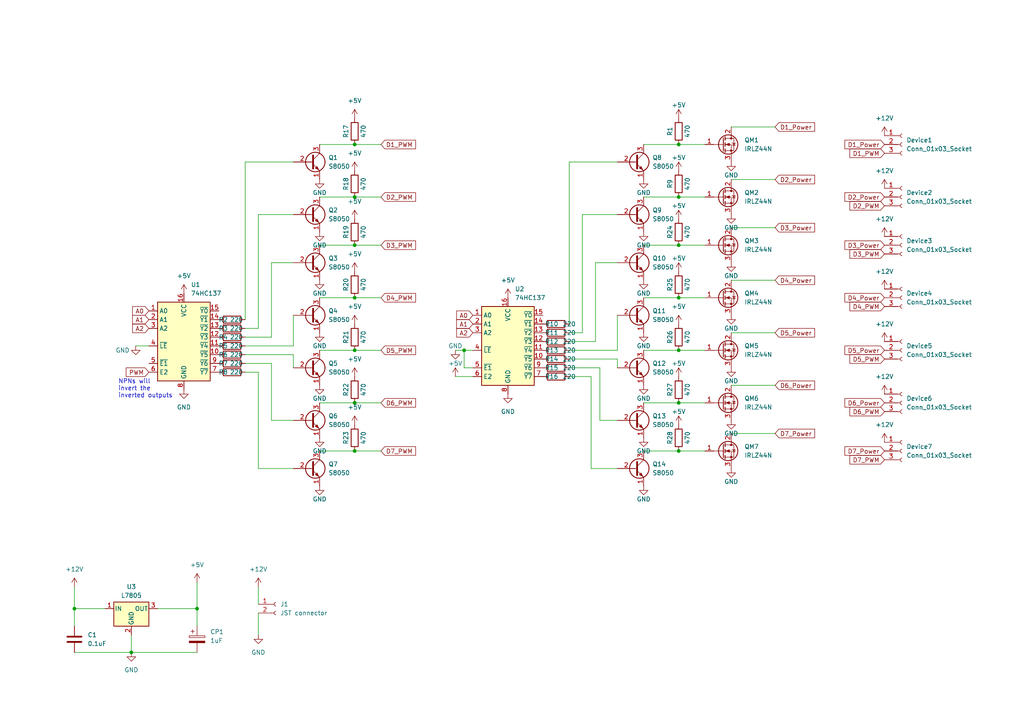
<source format=kicad_sch>
(kicad_sch (version 20230121) (generator eeschema)
  (paper "A4")
  (lib_symbols
    (symbol "74xx:74HC137"
      (property "Reference" "U" (at -7.62 13.97 0))
      (property "Value" "74HC137" (at 2.54 -11.43 0))
      (symbol "74HC137_1_1"
        (pin input line (at -10.16 10.16 0) (length 2.54) (name "A0") (number "1"))
        (pin output line (at 10.16 -2.54 180) (length 2.54) (name "~{Y5}") (number "10"))
        (pin output line (at 10.16 0 180) (length 2.54) (name "~{Y4}") (number "11"))
        (pin output line (at 10.16 2.54 180) (length 2.54) (name "~{Y3}") (number "12"))
        (pin output line (at 10.16 5.08 180) (length 2.54) (name "~{Y2}") (number "13"))
        (pin output line (at 10.16 7.62 180) (length 2.54) (name "~{Y1}") (number "14"))
        (pin output line (at 10.16 10.16 180) (length 2.54) (name "~{Y0}") (number "15"))
        (pin power_in line (at 0 15.24 270) (length 2.54) (name "VCC") (number "16"))
        (pin input line (at -10.16 7.62 0) (length 2.54) (name "A1") (number "2"))
        (pin input line (at -10.16 5.08 0) (length 2.54) (name "A2") (number "3"))
        (pin input line (at -10.16 0 0) (length 2.54) (name "~{LE}") (number "4"))
        (pin input line (at -10.16 -5.08 0) (length 2.54) (name "~{E1}") (number "5"))
        (pin input line (at -10.16 -7.62 0) (length 2.54) (name "E2") (number "6"))
        (pin output line (at 10.16 -7.62 180) (length 2.54) (name "~{Y7}") (number "7"))
        (pin power_in line (at 0 -12.7 90) (length 2.54) (name "GND") (number "8"))
        (pin output line (at 10.16 -5.08 180) (length 2.54) (name "~{Y6}") (number "9"))
      )
    )
    (symbol "Connector:Conn_01x02_Socket" (pin_names (offset 1.016) hide)
      (property "Reference" "J" (at 0 2.54 0))
      (property "Value" "Conn_01x02_Socket" (at 0 -5.08 0))
      (symbol "Conn_01x02_Socket_1_1"
        (pin passive line (at -5.08 0 0) (length 3.81) (name "Pin_1") (number "1"))
        (pin passive line (at -5.08 -2.54 0) (length 3.81) (name "Pin_2") (number "2"))
      )
    )
    (symbol "Connector:Conn_01x03_Socket" (pin_names (offset 1.016) hide)
      (property "Reference" "J" (at 0 5.08 0))
      (property "Value" "Conn_01x03_Socket" (at 0 -5.08 0))
      (symbol "Conn_01x03_Socket_1_1"
        (pin passive line (at -5.08 2.54 0) (length 3.81) (name "Pin_1") (number "1"))
        (pin passive line (at -5.08 0 0) (length 3.81) (name "Pin_2") (number "2"))
        (pin passive line (at -5.08 -2.54 0) (length 3.81) (name "Pin_3") (number "3"))
      )
    )
    (symbol "Connector:Conn_01x05_Socket" (pin_names (offset 1.016) hide)
      (property "Reference" "J" (at 0 7.62 0))
      (property "Value" "Conn_01x05_Socket" (at 0 -7.62 0))
      (symbol "Conn_01x05_Socket_1_1"
        (pin passive line (at -5.08 5.08 0) (length 3.81) (name "Pin_1") (number "1"))
        (pin passive line (at -5.08 2.54 0) (length 3.81) (name "Pin_2") (number "2"))
        (pin passive line (at -5.08 0 0) (length 3.81) (name "Pin_3") (number "3"))
        (pin passive line (at -5.08 -2.54 0) (length 3.81) (name "Pin_4") (number "4"))
        (pin passive line (at -5.08 -5.08 0) (length 3.81) (name "Pin_5") (number "5"))
      )
    )
    (symbol "Device:C" (pin_numbers hide) (pin_names (offset 0.254))
      (property "Reference" "C" (at 0.635 2.54 0))
      (property "Value" "C" (at 0.635 -2.54 0))
      (symbol "C_1_1"
        (pin passive line (at 0 3.81 270) (length 2.794) (name "~") (number "1"))
        (pin passive line (at 0 -3.81 90) (length 2.794) (name "~") (number "2"))
      )
    )
    (symbol "Device:C_Polarized" (pin_numbers hide) (pin_names (offset 0.254))
      (property "Reference" "C" (at 0.635 2.54 0))
      (property "Value" "C_Polarized" (at 0.635 -2.54 0))
      (symbol "C_Polarized_1_1"
        (pin passive line (at 0 3.81 270) (length 2.794) (name "~") (number "1"))
        (pin passive line (at 0 -3.81 90) (length 2.794) (name "~") (number "2"))
      )
    )
    (symbol "Device:R" (pin_numbers hide) (pin_names (offset 0))
      (property "Reference" "R" (at 2.032 0 90))
      (property "Value" "R" (at 0 0 90))
      (symbol "R_1_1"
        (pin passive line (at 0 3.81 270) (length 1.27) (name "~") (number "1"))
        (pin passive line (at 0 -3.81 90) (length 1.27) (name "~") (number "2"))
      )
    )
    (symbol "Isolator:PC817" (pin_names (offset 1.016))
      (property "Reference" "U" (at -5.08 5.08 0))
      (property "Value" "PC817" (at 0 5.08 0))
      (symbol "PC817_1_1"
        (pin passive line (at -7.62 2.54 0) (length 2.54) (name "~") (number "1"))
        (pin passive line (at -7.62 -2.54 0) (length 2.54) (name "~") (number "2"))
        (pin passive line (at 7.62 -2.54 180) (length 2.54) (name "~") (number "3"))
        (pin passive line (at 7.62 2.54 180) (length 2.54) (name "~") (number "4"))
      )
    )
    (symbol "Regulator_Linear:L7805" (pin_names (offset 0.254))
      (property "Reference" "U" (at -3.81 3.175 0))
      (property "Value" "L7805" (at 0 3.175 0))
      (symbol "L7805_1_1"
        (pin power_in line (at -7.62 0 0) (length 2.54) (name "IN") (number "1"))
        (pin power_in line (at 0 -7.62 90) (length 2.54) (name "GND") (number "2"))
        (pin power_out line (at 7.62 0 180) (length 2.54) (name "OUT") (number "3"))
      )
    )
    (symbol "Transistor_BJT:S8050" (pin_names (offset 0) hide)
      (property "Reference" "Q" (at 5.08 1.905 0))
      (property "Value" "S8050" (at 5.08 0 0))
      (symbol "S8050_1_1"
        (pin passive line (at 2.54 -5.08 90) (length 2.54) (name "E") (number "1"))
        (pin input line (at -5.08 0 0) (length 5.08) (name "B") (number "2"))
        (pin passive line (at 2.54 5.08 270) (length 2.54) (name "C") (number "3"))
      )
    )
    (symbol "Transistor_FET:IRLZ44N" (pin_names hide)
      (property "Reference" "Q" (at 6.35 1.905 0))
      (property "Value" "IRLZ44N" (at 6.35 0 0))
      (symbol "IRLZ44N_1_1"
        (pin input line (at -5.08 0 0) (length 2.54) (name "G") (number "1"))
        (pin passive line (at 2.54 5.08 270) (length 2.54) (name "D") (number "2"))
        (pin passive line (at 2.54 -5.08 90) (length 2.54) (name "S") (number "3"))
      )
    )
    (symbol "power:+12V" (power) (pin_names (offset 0))
      (property "Value" "+12V" (at 0 3.556 0))
      (symbol "+12V_1_1"
        (pin power_in line (at 0 0 90) (length 0) hide (name "+12V") (number "1"))
      )
    )
    (symbol "power:+5V" (power) (pin_names (offset 0))
      (property "Value" "+5V" (at 0 3.556 0))
      (symbol "+5V_1_1"
        (pin power_in line (at 0 0 90) (length 0) hide (name "+5V") (number "1"))
      )
    )
    (symbol "power:GND" (power) (pin_names (offset 0))
      (property "Value" "GND" (at 0 -3.81 0))
      (symbol "GND_1_1"
        (pin power_in line (at 0 0 270) (length 0) hide (name "GND") (number "1"))
      )
    )
    (symbol "power:GNDA" (power) (pin_names (offset 0))
      (property "Value" "GNDA" (at 0 -3.81 0))
      (symbol "GNDA_1_1"
        (pin power_in line (at 0 0 270) (length 0) hide (name "GNDA") (number "1"))
      )
    )
  )
  (junction (at 196.85 130.81))
  (junction (at 134.62 101.6))
  (junction (at -55.88 101.6))
  (junction (at 196.85 57.15))
  (junction (at 196.85 41.91))
  (junction (at 196.85 101.6))
  (junction (at 102.87 86.36))
  (junction (at 102.87 116.84))
  (junction (at 196.85 71.12))
  (junction (at 102.87 57.15))
  (junction (at 102.87 41.91))
  (junction (at 38.1 189.23))
  (junction (at 102.87 101.6))
  (junction (at 21.59 176.53))
  (junction (at 57.15 176.53))
  (junction (at -59.69 86.36))
  (junction (at -55.88 135.89))
  (junction (at 196.85 116.84))
  (junction (at 102.87 71.12))
  (junction (at 102.87 130.81))
  (junction (at -55.88 118.11))
  (junction (at 196.85 86.36))
  (wire (pts (xy 196.85 41.91) (xy 204.47 41.91)))
  (wire (pts (xy 196.85 130.81) (xy 204.47 130.81)))
  (wire (pts (xy -67.31 140.97) (xy -62.23 140.97)))
  (wire (pts (xy -67.31 118.11) (xy -55.88 118.11)))
  (wire (pts (xy 186.69 41.91) (xy 196.85 41.91)))
  (wire (pts (xy 92.71 41.91) (xy 102.87 41.91)))
  (wire (pts (xy 92.71 116.84) (xy 102.87 116.84)))
  (wire (pts (xy 173.99 121.92) (xy 179.07 121.92)))
  (wire (pts (xy 38.1 184.15) (xy 38.1 189.23)))
  (wire (pts (xy 21.59 176.53) (xy 21.59 181.61)))
  (wire (pts (xy 71.12 97.79) (xy 78.74 97.79)))
  (wire (pts (xy 186.69 71.12) (xy 196.85 71.12)))
  (wire (pts (xy 212.09 111.76) (xy 224.79 111.76)))
  (wire (pts (xy 172.72 76.2) (xy 179.07 76.2)))
  (wire (pts (xy 21.59 176.53) (xy 30.48 176.53)))
  (wire (pts (xy -62.23 93.98) (xy -62.23 91.44)))
  (wire (pts (xy -62.23 123.19) (xy -67.31 123.19)))
  (wire (pts (xy 165.1 109.22) (xy 171.45 109.22)))
  (wire (pts (xy 186.69 57.15) (xy 196.85 57.15)))
  (wire (pts (xy 212.09 66.04) (xy 224.79 66.04)))
  (wire (pts (xy 196.85 57.15) (xy 204.47 57.15)))
  (wire (pts (xy -67.31 135.89) (xy -55.88 135.89)))
  (wire (pts (xy 92.71 86.36) (xy 102.87 86.36)))
  (wire (pts (xy 21.59 170.18) (xy 21.59 176.53)))
  (wire (pts (xy 165.1 93.98) (xy 165.1 46.99)))
  (wire (pts (xy 165.1 106.68) (xy 173.99 106.68)))
  (wire (pts (xy 102.87 86.36) (xy 110.49 86.36)))
  (wire (pts (xy -86.36 106.68) (xy -86.36 107.95)))
  (wire (pts (xy 212.09 52.07) (xy 224.79 52.07)))
  (wire (pts (xy -55.88 118.11) (xy -50.8 118.11)))
  (wire (pts (xy -55.88 101.6) (xy -49.53 101.6)))
  (wire (pts (xy 92.71 101.6) (xy 102.87 101.6)))
  (wire (pts (xy 78.74 105.41) (xy 78.74 121.92)))
  (wire (pts (xy 165.1 99.06) (xy 172.72 99.06)))
  (wire (pts (xy 186.69 116.84) (xy 196.85 116.84)))
  (wire (pts (xy 74.93 135.89) (xy 85.09 135.89)))
  (wire (pts (xy -85.09 140.97) (xy -85.09 143.51)))
  (wire (pts (xy -86.36 91.44) (xy -86.36 92.71)))
  (wire (pts (xy 196.85 71.12) (xy 204.47 71.12)))
  (wire (pts (xy 196.85 86.36) (xy 204.47 86.36)))
  (wire (pts (xy 57.15 176.53) (xy 57.15 168.91)))
  (wire (pts (xy 45.72 176.53) (xy 57.15 176.53)))
  (wire (pts (xy 71.12 92.71) (xy 71.12 46.99)))
  (wire (pts (xy 168.91 96.52) (xy 168.91 62.23)))
  (wire (pts (xy 132.08 101.6) (xy 134.62 101.6)))
  (wire (pts (xy 165.1 46.99) (xy 179.07 46.99)))
  (wire (pts (xy 92.71 130.81) (xy 102.87 130.81)))
  (wire (pts (xy 212.09 125.73) (xy 224.79 125.73)))
  (wire (pts (xy 132.08 109.22) (xy 137.16 109.22)))
  (wire (pts (xy 71.12 107.95) (xy 74.93 107.95)))
  (wire (pts (xy 78.74 121.92) (xy 85.09 121.92)))
  (wire (pts (xy 71.12 46.99) (xy 85.09 46.99)))
  (wire (pts (xy -82.55 140.97) (xy -85.09 140.97)))
  (wire (pts (xy 173.99 106.68) (xy 173.99 121.92)))
  (wire (pts (xy 134.62 106.68) (xy 137.16 106.68)))
  (wire (pts (xy 102.87 57.15) (xy 110.49 57.15)))
  (wire (pts (xy -86.36 123.19) (xy -86.36 124.46)))
  (wire (pts (xy 78.74 76.2) (xy 85.09 76.2)))
  (wire (pts (xy -67.31 86.36) (xy -59.69 86.36)))
  (wire (pts (xy 71.12 95.25) (xy 74.93 95.25)))
  (wire (pts (xy -82.55 91.44) (xy -86.36 91.44)))
  (wire (pts (xy -115.57 113.03) (xy -115.57 111.76)))
  (wire (pts (xy 92.71 57.15) (xy 102.87 57.15)))
  (wire (pts (xy -62.23 91.44) (xy -67.31 91.44)))
  (wire (pts (xy 74.93 62.23) (xy 85.09 62.23)))
  (wire (pts (xy 179.07 101.6) (xy 179.07 91.44)))
  (wire (pts (xy 74.93 95.25) (xy 74.93 62.23)))
  (wire (pts (xy 74.93 107.95) (xy 74.93 135.89)))
  (wire (pts (xy 168.91 62.23) (xy 179.07 62.23)))
  (wire (pts (xy 102.87 101.6) (xy 110.49 101.6)))
  (wire (pts (xy 179.07 104.14) (xy 179.07 106.68)))
  (wire (pts (xy 165.1 96.52) (xy 168.91 96.52)))
  (wire (pts (xy 74.93 170.18) (xy 74.93 175.26)))
  (wire (pts (xy 186.69 86.36) (xy 196.85 86.36)))
  (wire (pts (xy -62.23 125.73) (xy -62.23 123.19)))
  (wire (pts (xy 21.59 189.23) (xy 38.1 189.23)))
  (wire (pts (xy 212.09 36.83) (xy 224.79 36.83)))
  (wire (pts (xy -62.23 109.22) (xy -62.23 106.68)))
  (wire (pts (xy 71.12 102.87) (xy 85.09 102.87)))
  (wire (pts (xy -67.31 101.6) (xy -55.88 101.6)))
  (wire (pts (xy 171.45 109.22) (xy 171.45 135.89)))
  (wire (pts (xy 57.15 176.53) (xy 57.15 181.61)))
  (wire (pts (xy 78.74 97.79) (xy 78.74 76.2)))
  (wire (pts (xy -62.23 140.97) (xy -62.23 142.24)))
  (wire (pts (xy -62.23 106.68) (xy -67.31 106.68)))
  (wire (pts (xy -82.55 123.19) (xy -86.36 123.19)))
  (wire (pts (xy 196.85 116.84) (xy 204.47 116.84)))
  (wire (pts (xy 92.71 71.12) (xy 102.87 71.12)))
  (wire (pts (xy 57.15 189.23) (xy 38.1 189.23)))
  (wire (pts (xy 102.87 116.84) (xy 110.49 116.84)))
  (wire (pts (xy -55.88 135.89) (xy -50.8 135.89)))
  (wire (pts (xy 186.69 101.6) (xy 196.85 101.6)))
  (wire (pts (xy 212.09 96.52) (xy 224.79 96.52)))
  (wire (pts (xy -59.69 86.36) (xy -52.07 86.36)))
  (wire (pts (xy 171.45 135.89) (xy 179.07 135.89)))
  (wire (pts (xy -82.55 106.68) (xy -86.36 106.68)))
  (wire (pts (xy 165.1 101.6) (xy 179.07 101.6)))
  (wire (pts (xy 102.87 130.81) (xy 110.49 130.81)))
  (wire (pts (xy 85.09 102.87) (xy 85.09 106.68)))
  (wire (pts (xy 102.87 71.12) (xy 110.49 71.12)))
  (wire (pts (xy 172.72 99.06) (xy 172.72 76.2)))
  (wire (pts (xy 165.1 104.14) (xy 179.07 104.14)))
  (wire (pts (xy 71.12 100.33) (xy 85.09 100.33)))
  (wire (pts (xy -115.57 111.76) (xy -118.11 111.76)))
  (wire (pts (xy 186.69 130.81) (xy 196.85 130.81)))
  (wire (pts (xy 85.09 100.33) (xy 85.09 91.44)))
  (wire (pts (xy 74.93 177.8) (xy 74.93 184.15)))
  (wire (pts (xy 196.85 101.6) (xy 204.47 101.6)))
  (wire (pts (xy 39.37 100.33) (xy 43.18 100.33)))
  (wire (pts (xy 134.62 101.6) (xy 137.16 101.6)))
  (wire (pts (xy 102.87 41.91) (xy 110.49 41.91)))
  (wire (pts (xy 134.62 101.6) (xy 134.62 106.68)))
  (wire (pts (xy 212.09 81.28) (xy 224.79 81.28)))
  (wire (pts (xy 71.12 105.41) (xy 78.74 105.41)))
  (text "NPNs will \ninvert the \ninverted outputs" (at 34.29 115.57 0) (effects (font (size 1.27 1.27)) (justify left bottom)))
  (global_label "A1" (shape input) (at -49.53 101.6 0) (property "Intersheetrefs" "${INTERSHEET_REFS}" (effects hide)))
  (global_label "D3_Power" (shape input) (at 224.79 66.04 0) (property "Intersheetrefs" "${INTERSHEET_REFS}" (effects hide)))
  (global_label "MCU_A1" (shape input) (at -82.55 101.6 180) (property "Intersheetrefs" "${INTERSHEET_REFS}" (effects hide)))
  (global_label "D2_Power" (shape input) (at 224.79 52.07 0) (property "Intersheetrefs" "${INTERSHEET_REFS}" (effects hide)))
  (global_label "D3_Power" (shape input) (at 256.54 71.12 180) (property "Intersheetrefs" "${INTERSHEET_REFS}" (effects hide)))
  (global_label "D2_PWM" (shape input) (at 110.49 57.15 0) (property "Intersheetrefs" "${INTERSHEET_REFS}" (effects hide)))
  (global_label "D4_Power" (shape input) (at 256.54 86.36 180) (property "Intersheetrefs" "${INTERSHEET_REFS}" (effects hide)))
  (global_label "D1_Power" (shape input) (at 256.54 41.91 180) (property "Intersheetrefs" "${INTERSHEET_REFS}" (effects hide)))
  (global_label "D1_PWM" (shape input) (at 256.54 44.45 180) (property "Intersheetrefs" "${INTERSHEET_REFS}" (effects hide)))
  (global_label "A0" (shape input) (at 43.18 90.17 180) (property "Intersheetrefs" "${INTERSHEET_REFS}" (effects hide)))
  (global_label "D5_PWM" (shape input) (at 256.54 104.14 180) (property "Intersheetrefs" "${INTERSHEET_REFS}" (effects hide)))
  (global_label "D4_Power" (shape input) (at 224.79 81.28 0) (property "Intersheetrefs" "${INTERSHEET_REFS}" (effects hide)))
  (global_label "D2_PWM" (shape input) (at 256.54 59.69 180) (property "Intersheetrefs" "${INTERSHEET_REFS}" (effects hide)))
  (global_label "D6_PWM" (shape input) (at 110.49 116.84 0) (property "Intersheetrefs" "${INTERSHEET_REFS}" (effects hide)))
  (global_label "MCU_PWM" (shape input) (at -82.55 135.89 180) (property "Intersheetrefs" "${INTERSHEET_REFS}" (effects hide)))
  (global_label "D5_PWM" (shape input) (at 110.49 101.6 0) (property "Intersheetrefs" "${INTERSHEET_REFS}" (effects hide)))
  (global_label "D6_Power" (shape input) (at 256.54 116.84 180) (property "Intersheetrefs" "${INTERSHEET_REFS}" (effects hide)))
  (global_label "MCU_A0" (shape input) (at -118.11 101.6 0) (property "Intersheetrefs" "${INTERSHEET_REFS}" (effects hide)))
  (global_label "PWM" (shape input) (at 43.18 107.95 180) (property "Intersheetrefs" "${INTERSHEET_REFS}" (effects hide)))
  (global_label "D2_Power" (shape input) (at 256.54 57.15 180) (property "Intersheetrefs" "${INTERSHEET_REFS}" (effects hide)))
  (global_label "D6_PWM" (shape input) (at 256.54 119.38 180) (property "Intersheetrefs" "${INTERSHEET_REFS}" (effects hide)))
  (global_label "D7_Power" (shape input) (at 224.79 125.73 0) (property "Intersheetrefs" "${INTERSHEET_REFS}" (effects hide)))
  (global_label "A2" (shape input) (at -50.8 118.11 0) (property "Intersheetrefs" "${INTERSHEET_REFS}" (effects hide)))
  (global_label "A2" (shape input) (at 43.18 95.25 180) (property "Intersheetrefs" "${INTERSHEET_REFS}" (effects hide)))
  (global_label "D5_Power" (shape input) (at 256.54 101.6 180) (property "Intersheetrefs" "${INTERSHEET_REFS}" (effects hide)))
  (global_label "A1" (shape input) (at 137.16 93.98 180) (property "Intersheetrefs" "${INTERSHEET_REFS}" (effects hide)))
  (global_label "D6_Power" (shape input) (at 224.79 111.76 0) (property "Intersheetrefs" "${INTERSHEET_REFS}" (effects hide)))
  (global_label "D7_Power" (shape input) (at 256.54 130.81 180) (property "Intersheetrefs" "${INTERSHEET_REFS}" (effects hide)))
  (global_label "D4_PWM" (shape input) (at 256.54 88.9 180) (property "Intersheetrefs" "${INTERSHEET_REFS}" (effects hide)))
  (global_label "A1" (shape input) (at 43.18 92.71 180) (property "Intersheetrefs" "${INTERSHEET_REFS}" (effects hide)))
  (global_label "D7_PWM" (shape input) (at 110.49 130.81 0) (property "Intersheetrefs" "${INTERSHEET_REFS}" (effects hide)))
  (global_label "D1_PWM" (shape input) (at 110.49 41.91 0) (property "Intersheetrefs" "${INTERSHEET_REFS}" (effects hide)))
  (global_label "A0" (shape input) (at -52.07 86.36 0) (property "Intersheetrefs" "${INTERSHEET_REFS}" (effects hide)))
  (global_label "PWM" (shape input) (at -50.8 135.89 0) (property "Intersheetrefs" "${INTERSHEET_REFS}" (effects hide)))
  (global_label "D3_PWM" (shape input) (at 256.54 73.66 180) (property "Intersheetrefs" "${INTERSHEET_REFS}" (effects hide)))
  (global_label "MCU_A0" (shape input) (at -82.55 86.36 180) (property "Intersheetrefs" "${INTERSHEET_REFS}" (effects hide)))
  (global_label "D5_Power" (shape input) (at 224.79 96.52 0) (property "Intersheetrefs" "${INTERSHEET_REFS}" (effects hide)))
  (global_label "D4_PWM" (shape input) (at 110.49 86.36 0) (property "Intersheetrefs" "${INTERSHEET_REFS}" (effects hide)))
  (global_label "MCU_A1" (shape input) (at -118.11 104.14 0) (property "Intersheetrefs" "${INTERSHEET_REFS}" (effects hide)))
  (global_label "MCU_A2" (shape input) (at -82.55 118.11 180) (property "Intersheetrefs" "${INTERSHEET_REFS}" (effects hide)))
  (global_label "A0" (shape input) (at 137.16 91.44 180) (property "Intersheetrefs" "${INTERSHEET_REFS}" (effects hide)))
  (global_label "A2" (shape input) (at 137.16 96.52 180) (property "Intersheetrefs" "${INTERSHEET_REFS}" (effects hide)))
  (global_label "D3_PWM" (shape input) (at 110.49 71.12 0) (property "Intersheetrefs" "${INTERSHEET_REFS}" (effects hide)))
  (global_label "MCU_PWM" (shape input) (at -118.11 109.22 0) (property "Intersheetrefs" "${INTERSHEET_REFS}" (effects hide)))
  (global_label "MCU_A2" (shape input) (at -118.11 106.68 0) (property "Intersheetrefs" "${INTERSHEET_REFS}" (effects hide)))
  (global_label "D1_Power" (shape input) (at 224.79 36.83 0) (property "Intersheetrefs" "${INTERSHEET_REFS}" (effects hide)))
  (global_label "D7_PWM" (shape input) (at 256.54 133.35 180) (property "Intersheetrefs" "${INTERSHEET_REFS}" (effects hide)))
  (symbol (lib_id "power:GND") (at 186.69 140.97 0) (unit 1)
    (property "Reference" "#PWR031" (effects hide))
    (property "Value" "GND" (at 186.69 144.78 0))
  )
  (symbol (lib_id "power:+5V") (at 196.85 93.98 0) (unit 1)
    (property "Reference" "#PWR036" (effects hide))
    (property "Value" "+5V" (at 196.85 88.9 0))
  )
  (symbol (lib_id "Device:R") (at 102.87 127 180) (unit 1)
    (property "Reference" "R23" (at 100.33 127 90))
    (property "Value" "470" (at 105.41 127 90))
    (property "Footprint" "Resistor_THT:R_Axial_DIN0207_L6.3mm_D2.5mm_P10.16mm_Horizontal" (effects hide))
  )
  (symbol (lib_id "power:+5V") (at 102.87 109.22 0) (unit 1)
    (property "Reference" "#PWR016" (effects hide))
    (property "Value" "+5V" (at 102.87 104.14 0))
  )
  (symbol (lib_id "74xx:74HC137") (at 53.34 100.33 0) (unit 1)
    (property "Reference" "U1" (at 55.3594 82.55 0) (effects (justify left)))
    (property "Value" "74HC137" (at 55.3594 85.09 0) (effects (justify left)))
    (property "Footprint" "Package_DIP:DIP-16_W7.62mm_Socket_LongPads" (effects hide))
    (property "Datasheet" "http://www.ti.com/lit/ds/symlink/cd74hc237.pdf" (effects hide))
  )
  (symbol (lib_id "Connector:Conn_01x03_Socket") (at 261.62 116.84 0) (unit 1)
    (property "Reference" "Device6" (at 262.89 115.57 0) (effects (justify left)))
    (property "Value" "Conn_01x03_Socket" (at 262.89 118.11 0) (effects (justify left)))
    (property "Footprint" "Connector_PinSocket_2.54mm:PinSocket_1x03_P2.54mm_Horizontal" (effects hide))
  )
  (symbol (lib_id "power:+5V") (at 102.87 63.5 0) (unit 1)
    (property "Reference" "#PWR013" (effects hide))
    (property "Value" "+5V" (at 102.87 58.42 0))
  )
  (symbol (lib_id "Transistor_BJT:S8050") (at 90.17 121.92 0) (unit 1)
    (property "Reference" "Q6" (at 95.25 120.6499 0) (effects (justify left)))
    (property "Value" "S8050" (at 95.25 123.1899 0) (effects (justify left)))
    (property "Footprint" "Package_TO_SOT_THT:TO-92_Inline" (effects hide))
    (property "Datasheet" "http://www.unisonic.com.tw/datasheet/S8050.pdf" (effects hide))
  )
  (symbol (lib_id "power:+5V") (at 53.34 85.09 0) (unit 1)
    (property "Reference" "#PWR09" (effects hide))
    (property "Value" "+5V" (at 53.34 80.01 0))
  )
  (symbol (lib_id "Transistor_FET:IRLZ44N") (at 209.55 86.36 0) (unit 1)
    (property "Reference" "QM4" (at 215.9 85.09 0) (effects (justify left)))
    (property "Value" "IRLZ44N" (at 215.9 87.63 0) (effects (justify left)))
    (property "Footprint" "Package_TO_SOT_THT:TO-220-3_Vertical" (effects hide))
    (property "Datasheet" "http://www.irf.com/product-info/datasheets/data/irlz44n.pdf" (effects hide))
  )
  (symbol (lib_id "power:+12V") (at 256.54 68.58 0) (unit 1)
    (property "Reference" "#PWR051" (effects hide))
    (property "Value" "+12V" (at 256.54 63.5 0))
  )
  (symbol (lib_id "Isolator:PC817") (at -74.93 120.65 0) (unit 1)
    (property "Reference" "U6" (at -74.93 111.76 0))
    (property "Value" "PC817" (at -74.93 114.3 0))
    (property "Footprint" "Package_DIP:DIP-4_W7.62mm" (effects hide))
    (property "Datasheet" "http://www.soselectronic.cz/a_info/resource/d/pc817.pdf" (effects hide))
  )
  (symbol (lib_id "Device:R") (at 67.31 97.79 90) (unit 1)
    (property "Reference" "R4" (at 64.77 97.79 90))
    (property "Value" "220" (at 68.58 97.79 90))
    (property "Footprint" "Resistor_THT:R_Axial_DIN0207_L6.3mm_D2.5mm_P7.62mm_Horizontal" (effects hide))
  )
  (symbol (lib_id "Connector:Conn_01x03_Socket") (at 261.62 86.36 0) (unit 1)
    (property "Reference" "Device4" (at 262.89 85.09 0) (effects (justify left)))
    (property "Value" "Conn_01x03_Socket" (at 262.89 87.63 0) (effects (justify left)))
    (property "Footprint" "Connector_PinSocket_2.54mm:PinSocket_1x03_P2.54mm_Horizontal" (effects hide))
  )
  (symbol (lib_id "Transistor_BJT:S8050") (at 90.17 135.89 0) (unit 1)
    (property "Reference" "Q7" (at 95.25 134.6199 0) (effects (justify left)))
    (property "Value" "S8050" (at 95.25 137.1599 0) (effects (justify left)))
    (property "Footprint" "Package_TO_SOT_THT:TO-92_Inline" (effects hide))
    (property "Datasheet" "http://www.unisonic.com.tw/datasheet/S8050.pdf" (effects hide))
  )
  (symbol (lib_id "Isolator:PC817") (at -74.93 138.43 0) (unit 1)
    (property "Reference" "U7" (at -74.93 129.54 0))
    (property "Value" "PC817" (at -74.93 132.08 0))
    (property "Footprint" "Package_DIP:DIP-4_W7.62mm" (effects hide))
    (property "Datasheet" "http://www.soselectronic.cz/a_info/resource/d/pc817.pdf" (effects hide))
  )
  (symbol (lib_id "Transistor_FET:IRLZ44N") (at 209.55 101.6 0) (unit 1)
    (property "Reference" "QM5" (at 215.9 100.33 0) (effects (justify left)))
    (property "Value" "IRLZ44N" (at 215.9 102.87 0) (effects (justify left)))
    (property "Footprint" "Package_TO_SOT_THT:TO-220-3_Vertical" (effects hide))
    (property "Datasheet" "http://www.irf.com/product-info/datasheets/data/irlz44n.pdf" (effects hide))
  )
  (symbol (lib_id "Transistor_BJT:S8050") (at 184.15 135.89 0) (unit 1)
    (property "Reference" "Q14" (at 189.23 134.6199 0) (effects (justify left)))
    (property "Value" "S8050" (at 189.23 137.1599 0) (effects (justify left)))
    (property "Footprint" "Package_TO_SOT_THT:TO-92_Inline" (effects hide))
    (property "Datasheet" "http://www.unisonic.com.tw/datasheet/S8050.pdf" (effects hide))
  )
  (symbol (lib_id "power:+5V") (at 196.85 109.22 0) (unit 1)
    (property "Reference" "#PWR037" (effects hide))
    (property "Value" "+5V" (at 196.85 105.41 0))
  )
  (symbol (lib_id "Transistor_FET:IRLZ44N") (at 209.55 41.91 0) (unit 1)
    (property "Reference" "QM1" (at 215.9 40.64 0) (effects (justify left)))
    (property "Value" "IRLZ44N" (at 215.9 43.18 0) (effects (justify left)))
    (property "Footprint" "Package_TO_SOT_THT:TO-220-3_Vertical" (effects hide))
    (property "Datasheet" "http://www.irf.com/product-info/datasheets/data/irlz44n.pdf" (effects hide))
  )
  (symbol (lib_id "Device:R") (at -55.88 132.08 180) (unit 1)
    (property "Reference" "R32" (at -58.42 132.08 90))
    (property "Value" "1k" (at -53.34 132.08 90))
    (property "Footprint" "Resistor_THT:R_Axial_DIN0207_L6.3mm_D2.5mm_P10.16mm_Horizontal" (effects hide))
  )
  (symbol (lib_id "power:GND") (at -62.23 125.73 0) (unit 1)
    (property "Reference" "#PWR058" (effects hide))
    (property "Value" "GND" (at -62.23 130.81 0))
  )
  (symbol (lib_id "power:GNDA") (at -86.36 124.46 0) (unit 1)
    (property "Reference" "#PWR065" (effects hide))
    (property "Value" "GNDA" (at -86.36 129.54 0))
  )
  (symbol (lib_id "power:GND") (at 53.34 113.03 0) (unit 1)
    (property "Reference" "#PWR011" (effects hide))
    (property "Value" "GND" (at 53.34 118.11 0))
  )
  (symbol (lib_id "power:+12V") (at 74.93 170.18 0) (unit 1)
    (property "Reference" "#PWR01" (effects hide))
    (property "Value" "+12V" (at 74.93 165.1 0))
  )
  (symbol (lib_id "Device:R") (at 196.85 67.31 180) (unit 1)
    (property "Reference" "R24" (at 194.31 67.31 90))
    (property "Value" "470" (at 199.39 67.31 90))
    (property "Footprint" "Resistor_THT:R_Axial_DIN0207_L6.3mm_D2.5mm_P10.16mm_Horizontal" (effects hide))
  )
  (symbol (lib_id "Transistor_BJT:S8050") (at 184.15 91.44 0) (unit 1)
    (property "Reference" "Q11" (at 189.23 90.1699 0) (effects (justify left)))
    (property "Value" "S8050" (at 189.23 92.7099 0) (effects (justify left)))
    (property "Footprint" "Package_TO_SOT_THT:TO-92_Inline" (effects hide))
    (property "Datasheet" "http://www.unisonic.com.tw/datasheet/S8050.pdf" (effects hide))
  )
  (symbol (lib_id "Device:R") (at 67.31 107.95 90) (unit 1)
    (property "Reference" "R8" (at 64.77 107.95 90))
    (property "Value" "220" (at 68.58 107.95 90))
    (property "Footprint" "Resistor_THT:R_Axial_DIN0207_L6.3mm_D2.5mm_P7.62mm_Horizontal" (effects hide))
  )
  (symbol (lib_id "power:GND") (at 132.08 101.6 0) (unit 1)
    (property "Reference" "#PWR046" (effects hide))
    (property "Value" "GND" (at 132.08 100.33 0))
  )
  (symbol (lib_id "Isolator:PC817") (at -74.93 104.14 0) (unit 1)
    (property "Reference" "U5" (at -74.93 95.25 0))
    (property "Value" "PC817" (at -74.93 97.79 0))
    (property "Footprint" "Package_DIP:DIP-4_W7.62mm" (effects hide))
    (property "Datasheet" "http://www.soselectronic.cz/a_info/resource/d/pc817.pdf" (effects hide))
  )
  (symbol (lib_id "power:GND") (at 212.09 76.2 0) (unit 1)
    (property "Reference" "#PWR043" (effects hide))
    (property "Value" "GND" (at 212.09 80.01 0))
  )
  (symbol (lib_id "Device:R") (at 67.31 95.25 90) (unit 1)
    (property "Reference" "R3" (at 64.77 95.25 90))
    (property "Value" "220" (at 68.58 95.25 90))
    (property "Footprint" "Resistor_THT:R_Axial_DIN0207_L6.3mm_D2.5mm_P7.62mm_Horizontal" (effects hide))
  )
  (symbol (lib_id "power:GND") (at 92.71 81.28 0) (unit 1)
    (property "Reference" "#PWR021" (effects hide))
    (property "Value" "GND" (at 92.71 85.09 0))
  )
  (symbol (lib_id "power:+5V") (at 57.15 168.91 0) (unit 1)
    (property "Reference" "#PWR06" (effects hide))
    (property "Value" "+5V" (at 57.15 163.83 0))
  )
  (symbol (lib_id "power:+5V") (at 132.08 109.22 0) (unit 1)
    (property "Reference" "#PWR048" (effects hide))
    (property "Value" "+5V" (at 132.08 105.41 0))
  )
  (symbol (lib_id "power:+12V") (at 256.54 54.61 0) (unit 1)
    (property "Reference" "#PWR050" (effects hide))
    (property "Value" "+12V" (at 256.54 49.53 0))
  )
  (symbol (lib_id "power:GND") (at -62.23 93.98 0) (unit 1)
    (property "Reference" "#PWR04" (effects hide))
    (property "Value" "GND" (at -62.23 99.06 0))
  )
  (symbol (lib_id "power:+5V") (at -59.69 78.74 0) (unit 1)
    (property "Reference" "#PWR060" (effects hide))
    (property "Value" "+5V" (at -59.69 73.66 0))
  )
  (symbol (lib_id "power:+12V") (at 256.54 114.3 0) (unit 1)
    (property "Reference" "#PWR054" (effects hide))
    (property "Value" "+12V" (at 256.54 109.22 0))
  )
  (symbol (lib_id "power:GND") (at -62.23 109.22 0) (unit 1)
    (property "Reference" "#PWR057" (effects hide))
    (property "Value" "GND" (at -62.23 114.3 0))
  )
  (symbol (lib_id "power:GND") (at 38.1 189.23 0) (unit 1)
    (property "Reference" "#PWR07" (effects hide))
    (property "Value" "GND" (at 38.1 194.31 0))
  )
  (symbol (lib_id "Device:R") (at 196.85 113.03 180) (unit 1)
    (property "Reference" "R27" (at 194.31 113.03 90))
    (property "Value" "470" (at 199.39 113.03 90))
    (property "Footprint" "Resistor_THT:R_Axial_DIN0207_L6.3mm_D2.5mm_P10.16mm_Horizontal" (effects hide))
  )
  (symbol (lib_id "Device:R") (at 161.29 104.14 90) (unit 1)
    (property "Reference" "R14" (at 160.02 104.14 90))
    (property "Value" "220" (at 165.1 104.14 90))
    (property "Footprint" "Resistor_THT:R_Axial_DIN0207_L6.3mm_D2.5mm_P7.62mm_Horizontal" (effects hide))
  )
  (symbol (lib_id "Transistor_FET:IRLZ44N") (at 209.55 57.15 0) (unit 1)
    (property "Reference" "QM2" (at 215.9 55.88 0) (effects (justify left)))
    (property "Value" "IRLZ44N" (at 215.9 58.42 0) (effects (justify left)))
    (property "Footprint" "Package_TO_SOT_THT:TO-220-3_Vertical" (effects hide))
    (property "Datasheet" "http://www.irf.com/product-info/datasheets/data/irlz44n.pdf" (effects hide))
  )
  (symbol (lib_id "power:GND") (at 92.71 140.97 0) (unit 1)
    (property "Reference" "#PWR024" (effects hide))
    (property "Value" "GND" (at 92.71 144.78 0))
  )
  (symbol (lib_id "Device:R") (at 102.87 97.79 180) (unit 1)
    (property "Reference" "R21" (at 100.33 97.79 90))
    (property "Value" "470" (at 105.41 97.79 90))
    (property "Footprint" "Resistor_THT:R_Axial_DIN0207_L6.3mm_D2.5mm_P10.16mm_Horizontal" (effects hide))
  )
  (symbol (lib_id "Device:R") (at 161.29 93.98 90) (unit 1)
    (property "Reference" "R10" (at 160.02 93.98 90))
    (property "Value" "220" (at 165.1 93.98 90))
    (property "Footprint" "Resistor_THT:R_Axial_DIN0207_L6.3mm_D2.5mm_P7.62mm_Horizontal" (effects hide))
  )
  (symbol (lib_id "Device:R") (at 161.29 109.22 90) (unit 1)
    (property "Reference" "R16" (at 160.02 109.22 90))
    (property "Value" "220" (at 165.1 109.22 90))
    (property "Footprint" "Resistor_THT:R_Axial_DIN0207_L6.3mm_D2.5mm_P7.62mm_Horizontal" (effects hide))
  )
  (symbol (lib_id "power:GND") (at 186.69 96.52 0) (unit 1)
    (property "Reference" "#PWR028" (effects hide))
    (property "Value" "GND" (at 186.69 100.33 0))
  )
  (symbol (lib_id "power:+5V") (at 102.87 78.74 0) (unit 1)
    (property "Reference" "#PWR014" (effects hide))
    (property "Value" "+5V" (at 102.87 73.66 0))
  )
  (symbol (lib_id "power:GND") (at 212.09 46.99 0) (unit 1)
    (property "Reference" "#PWR045" (effects hide))
    (property "Value" "GND" (at 212.09 50.8 0))
  )
  (symbol (lib_id "power:GND") (at 92.71 127 0) (unit 1)
    (property "Reference" "#PWR026" (effects hide))
    (property "Value" "GND" (at 92.71 130.81 0))
  )
  (symbol (lib_id "power:+5V") (at 102.87 123.19 0) (unit 1)
    (property "Reference" "#PWR017" (effects hide))
    (property "Value" "+5V" (at 102.87 118.11 0))
  )
  (symbol (lib_id "Transistor_FET:IRLZ44N") (at 209.55 71.12 0) (unit 1)
    (property "Reference" "QM3" (at 215.9 69.85 0) (effects (justify left)))
    (property "Value" "IRLZ44N" (at 215.9 72.39 0) (effects (justify left)))
    (property "Footprint" "Package_TO_SOT_THT:TO-220-3_Vertical" (effects hide))
    (property "Datasheet" "http://www.irf.com/product-info/datasheets/data/irlz44n.pdf" (effects hide))
  )
  (symbol (lib_id "power:+12V") (at 21.59 170.18 0) (unit 1)
    (property "Reference" "#PWR05" (effects hide))
    (property "Value" "+12V" (at 21.59 165.1 0))
  )
  (symbol (lib_id "power:GND") (at 39.37 100.33 0) (unit 1)
    (property "Reference" "#PWR047" (effects hide))
    (property "Value" "GND" (at 35.56 101.6 0))
  )
  (symbol (lib_id "power:+5V") (at 196.85 123.19 0) (unit 1)
    (property "Reference" "#PWR038" (effects hide))
    (property "Value" "+5V" (at 196.85 119.38 0))
  )
  (symbol (lib_id "power:GNDA") (at -86.36 92.71 0) (unit 1)
    (property "Reference" "#PWR067" (effects hide))
    (property "Value" "GNDA" (at -86.36 97.79 0))
  )
  (symbol (lib_id "power:GND") (at 212.09 106.68 0) (unit 1)
    (property "Reference" "#PWR041" (effects hide))
    (property "Value" "GND" (at 212.09 110.49 0))
  )
  (symbol (lib_id "Device:R") (at 161.29 101.6 90) (unit 1)
    (property "Reference" "R13" (at 160.02 101.6 90))
    (property "Value" "220" (at 165.1 101.6 90))
    (property "Footprint" "Resistor_THT:R_Axial_DIN0207_L6.3mm_D2.5mm_P7.62mm_Horizontal" (effects hide))
  )
  (symbol (lib_id "Connector:Conn_01x03_Socket") (at 261.62 71.12 0) (unit 1)
    (property "Reference" "Device3" (at 262.89 69.85 0) (effects (justify left)))
    (property "Value" "Conn_01x03_Socket" (at 262.89 72.39 0) (effects (justify left)))
    (property "Footprint" "Connector_PinSocket_2.54mm:PinSocket_1x03_P2.54mm_Horizontal" (effects hide))
  )
  (symbol (lib_id "power:GND") (at 212.09 121.92 0) (unit 1)
    (property "Reference" "#PWR040" (effects hide))
    (property "Value" "GND" (at 212.09 125.73 0))
  )
  (symbol (lib_id "Device:R") (at -59.69 82.55 180) (unit 1)
    (property "Reference" "R29" (at -62.23 82.55 90))
    (property "Value" "1k" (at -57.15 82.55 90))
    (property "Footprint" "Resistor_THT:R_Axial_DIN0207_L6.3mm_D2.5mm_P10.16mm_Horizontal" (effects hide))
  )
  (symbol (lib_id "Connector:Conn_01x03_Socket") (at 261.62 101.6 0) (unit 1)
    (property "Reference" "Device5" (at 262.89 100.33 0) (effects (justify left)))
    (property "Value" "Conn_01x03_Socket" (at 262.89 102.87 0) (effects (justify left)))
    (property "Footprint" "Connector_PinSocket_2.54mm:PinSocket_1x03_P2.54mm_Horizontal" (effects hide))
  )
  (symbol (lib_id "Transistor_BJT:S8050") (at 90.17 91.44 0) (unit 1)
    (property "Reference" "Q4" (at 95.25 90.1699 0) (effects (justify left)))
    (property "Value" "S8050" (at 95.25 92.7099 0) (effects (justify left)))
    (property "Footprint" "Package_TO_SOT_THT:TO-92_Inline" (effects hide))
    (property "Datasheet" "http://www.unisonic.com.tw/datasheet/S8050.pdf" (effects hide))
  )
  (symbol (lib_id "Connector:Conn_01x03_Socket") (at 261.62 130.81 0) (unit 1)
    (property "Reference" "Device7" (at 262.89 129.54 0) (effects (justify left)))
    (property "Value" "Conn_01x03_Socket" (at 262.89 132.08 0) (effects (justify left)))
    (property "Footprint" "Connector_PinSocket_2.54mm:PinSocket_1x03_P2.54mm_Horizontal" (effects hide))
  )
  (symbol (lib_id "power:+5V") (at 147.32 86.36 0) (unit 1)
    (property "Reference" "#PWR010" (effects hide))
    (property "Value" "+5V" (at 147.32 81.28 0))
  )
  (symbol (lib_id "Transistor_BJT:S8050") (at 90.17 76.2 0) (unit 1)
    (property "Reference" "Q3" (at 95.25 74.9299 0) (effects (justify left)))
    (property "Value" "S8050" (at 95.25 77.4699 0) (effects (justify left)))
    (property "Footprint" "Package_TO_SOT_THT:TO-92_Inline" (effects hide))
    (property "Datasheet" "http://www.unisonic.com.tw/datasheet/S8050.pdf" (effects hide))
  )
  (symbol (lib_id "Device:R") (at 196.85 53.34 180) (unit 1)
    (property "Reference" "R9" (at 194.31 53.34 90))
    (property "Value" "470" (at 199.39 53.34 90))
    (property "Footprint" "Resistor_THT:R_Axial_DIN0207_L6.3mm_D2.5mm_P10.16mm_Horizontal" (effects hide))
  )
  (symbol (lib_id "power:GND") (at 92.71 96.52 0) (unit 1)
    (property "Reference" "#PWR022" (effects hide))
    (property "Value" "GND" (at 92.71 100.33 0))
  )
  (symbol (lib_id "power:GND") (at 212.09 91.44 0) (unit 1)
    (property "Reference" "#PWR042" (effects hide))
    (property "Value" "GND" (at 212.09 95.25 0))
  )
  (symbol (lib_id "power:GNDA") (at -85.09 143.51 0) (unit 1)
    (property "Reference" "#PWR064" (effects hide))
    (property "Value" "GNDA" (at -85.09 148.59 0))
  )
  (symbol (lib_id "power:+5V") (at 196.85 63.5 0) (unit 1)
    (property "Reference" "#PWR034" (effects hide))
    (property "Value" "+5V" (at 196.85 59.69 0))
  )
  (symbol (lib_id "Isolator:PC817") (at -74.93 88.9 0) (unit 1)
    (property "Reference" "U4" (at -74.93 80.01 0))
    (property "Value" "PC817" (at -74.93 82.55 0))
    (property "Footprint" "Package_DIP:DIP-4_W7.62mm" (effects hide))
    (property "Datasheet" "http://www.soselectronic.cz/a_info/resource/d/pc817.pdf" (effects hide))
  )
  (symbol (lib_id "power:GND") (at 74.93 184.15 0) (unit 1)
    (property "Reference" "#PWR08" (effects hide))
    (property "Value" "GND" (at 74.93 189.23 0))
  )
  (symbol (lib_id "Device:R") (at 161.29 99.06 90) (unit 1)
    (property "Reference" "R12" (at 160.02 99.06 90))
    (property "Value" "220" (at 165.1 99.06 90))
    (property "Footprint" "Resistor_THT:R_Axial_DIN0207_L6.3mm_D2.5mm_P7.62mm_Horizontal" (effects hide))
  )
  (symbol (lib_id "Transistor_BJT:S8050") (at 90.17 62.23 0) (unit 1)
    (property "Reference" "Q2" (at 95.25 60.9599 0) (effects (justify left)))
    (property "Value" "S8050" (at 95.25 63.4999 0) (effects (justify left)))
    (property "Footprint" "Package_TO_SOT_THT:TO-92_Inline" (effects hide))
    (property "Datasheet" "http://www.unisonic.com.tw/datasheet/S8050.pdf" (effects hide))
  )
  (symbol (lib_id "power:+5V") (at -55.88 128.27 0) (unit 1)
    (property "Reference" "#PWR063" (effects hide))
    (property "Value" "+5V" (at -55.88 123.19 0))
  )
  (symbol (lib_id "Device:R") (at -55.88 114.3 180) (unit 1)
    (property "Reference" "R31" (at -58.42 114.3 90))
    (property "Value" "1k" (at -53.34 114.3 90))
    (property "Footprint" "Resistor_THT:R_Axial_DIN0207_L6.3mm_D2.5mm_P10.16mm_Horizontal" (effects hide))
  )
  (symbol (lib_id "power:+12V") (at 256.54 83.82 0) (unit 1)
    (property "Reference" "#PWR052" (effects hide))
    (property "Value" "+12V" (at 256.54 78.74 0))
  )
  (symbol (lib_id "74xx:74HC137") (at 147.32 101.6 0) (unit 1)
    (property "Reference" "U2" (at 149.3394 83.82 0) (effects (justify left)))
    (property "Value" "74HC137" (at 149.3394 86.36 0) (effects (justify left)))
    (property "Footprint" "Package_DIP:DIP-16_W7.62mm_Socket_LongPads" (effects hide))
    (property "Datasheet" "http://www.ti.com/lit/ds/symlink/cd74hc237.pdf" (effects hide))
  )
  (symbol (lib_id "power:+5V") (at 102.87 34.29 0) (unit 1)
    (property "Reference" "#PWR02" (effects hide))
    (property "Value" "+5V" (at 102.87 29.21 0))
  )
  (symbol (lib_id "power:GND") (at 186.69 52.07 0) (unit 1)
    (property "Reference" "#PWR018" (effects hide))
    (property "Value" "GND" (at 186.69 55.88 0))
  )
  (symbol (lib_id "power:+5V") (at 196.85 34.29 0) (unit 1)
    (property "Reference" "#PWR032" (effects hide))
    (property "Value" "+5V" (at 196.85 30.48 0))
  )
  (symbol (lib_id "Connector:Conn_01x05_Socket") (at -123.19 106.68 0) (mirror y) (unit 1)
    (property "Reference" "Control_Input1" (at -134.62 106.68 0))
    (property "Value" "Conn_01x05_Socket" (at -133.35 104.14 0))
    (property "Footprint" "Connector_PinSocket_2.54mm:PinSocket_1x05_P2.54mm_Horizontal" (effects hide))
  )
  (symbol (lib_id "power:GND") (at 92.71 52.07 0) (unit 1)
    (property "Reference" "#PWR019" (effects hide))
    (property "Value" "GND" (at 92.71 55.88 0))
  )
  (symbol (lib_id "power:GNDA") (at -115.57 113.03 0) (unit 1)
    (property "Reference" "#PWR056" (effects hide))
    (property "Value" "GNDA" (at -115.57 118.11 0))
  )
  (symbol (lib_id "Device:R") (at 102.87 53.34 180) (unit 1)
    (property "Reference" "R18" (at 100.33 53.34 90))
    (property "Value" "470" (at 105.41 53.34 90))
    (property "Footprint" "Resistor_THT:R_Axial_DIN0207_L6.3mm_D2.5mm_P10.16mm_Horizontal" (effects hide))
  )
  (symbol (lib_id "Transistor_FET:IRLZ44N") (at 209.55 130.81 0) (unit 1)
    (property "Reference" "QM7" (at 215.9 129.54 0) (effects (justify left)))
    (property "Value" "IRLZ44N" (at 215.9 132.08 0) (effects (justify left)))
    (property "Footprint" "Package_TO_SOT_THT:TO-220-3_Vertical" (effects hide))
    (property "Datasheet" "http://www.irf.com/product-info/datasheets/data/irlz44n.pdf" (effects hide))
  )
  (symbol (lib_id "Device:R") (at 102.87 113.03 180) (unit 1)
    (property "Reference" "R22" (at 100.33 113.03 90))
    (property "Value" "470" (at 105.41 113.03 90))
    (property "Footprint" "Resistor_THT:R_Axial_DIN0207_L6.3mm_D2.5mm_P10.16mm_Horizontal" (effects hide))
  )
  (symbol (lib_id "power:GND") (at 92.71 111.76 0) (unit 1)
    (property "Reference" "#PWR023" (effects hide))
    (property "Value" "GND" (at 92.71 115.57 0))
  )
  (symbol (lib_id "power:GND") (at 186.69 111.76 0) (unit 1)
    (property "Reference" "#PWR029" (effects hide))
    (property "Value" "GND" (at 186.69 115.57 0))
  )
  (symbol (lib_id "Device:R") (at 102.87 38.1 180) (unit 1)
    (property "Reference" "R17" (at 100.33 38.1 90))
    (property "Value" "470" (at 105.41 38.1 90))
    (property "Footprint" "Resistor_THT:R_Axial_DIN0207_L6.3mm_D2.5mm_P10.16mm_Horizontal" (effects hide))
  )
  (symbol (lib_id "power:GND") (at 212.09 62.23 0) (unit 1)
    (property "Reference" "#PWR044" (effects hide))
    (property "Value" "GND" (at 212.09 66.04 0))
  )
  (symbol (lib_id "power:GND") (at 186.69 127 0) (unit 1)
    (property "Reference" "#PWR030" (effects hide))
    (property "Value" "GND" (at 186.69 130.81 0))
  )
  (symbol (lib_id "power:+5V") (at 102.87 49.53 0) (unit 1)
    (property "Reference" "#PWR03" (effects hide))
    (property "Value" "+5V" (at 102.87 44.45 0))
  )
  (symbol (lib_id "power:+12V") (at 256.54 39.37 0) (unit 1)
    (property "Reference" "#PWR049" (effects hide))
    (property "Value" "+12V" (at 256.54 34.29 0))
  )
  (symbol (lib_id "Device:C_Polarized") (at 57.15 185.42 0) (unit 1)
    (property "Reference" "CP1" (at 60.96 183.261 0) (effects (justify left)))
    (property "Value" "1uF" (at 60.96 185.801 0) (effects (justify left)))
    (property "Footprint" "Capacitor_THT:CP_Radial_D5.0mm_P2.50mm" (effects hide))
  )
  (symbol (lib_id "power:GND") (at 92.71 67.31 0) (unit 1)
    (property "Reference" "#PWR020" (effects hide))
    (property "Value" "GND" (at 92.71 71.12 0))
  )
  (symbol (lib_id "power:GND") (at 147.32 114.3 0) (unit 1)
    (property "Reference" "#PWR012" (effects hide))
    (property "Value" "GND" (at 147.32 119.38 0))
  )
  (symbol (lib_id "Device:R") (at 67.31 92.71 90) (unit 1)
    (property "Reference" "R2" (at 64.77 92.71 90))
    (property "Value" "220" (at 68.58 92.71 90))
    (property "Footprint" "Resistor_THT:R_Axial_DIN0207_L6.3mm_D2.5mm_P7.62mm_Horizontal" (effects hide))
  )
  (symbol (lib_id "Connector:Conn_01x02_Socket") (at 80.01 175.26 0) (unit 1)
    (property "Reference" "J1" (at 81.28 175.26 0) (effects (justify left)))
    (property "Value" "JST connector" (at 81.28 177.8 0) (effects (justify left)))
    (property "Footprint" "Connector_PinSocket_2.54mm:PinSocket_1x02_P2.54mm_Horizontal" (effects hide))
  )
  (symbol (lib_id "power:+12V") (at 256.54 128.27 0) (unit 1)
    (property "Reference" "#PWR055" (effects hide))
    (property "Value" "+12V" (at 256.54 123.19 0))
  )
  (symbol (lib_id "Device:R") (at 67.31 100.33 90) (unit 1)
    (property "Reference" "R5" (at 64.77 100.33 90))
    (property "Value" "220" (at 68.58 100.33 90))
    (property "Footprint" "Resistor_THT:R_Axial_DIN0207_L6.3mm_D2.5mm_P7.62mm_Horizontal" (effects hide))
  )
  (symbol (lib_id "Transistor_BJT:S8050") (at 90.17 106.68 0) (unit 1)
    (property "Reference" "Q5" (at 95.25 105.4099 0) (effects (justify left)))
    (property "Value" "S8050" (at 95.25 107.9499 0) (effects (justify left)))
    (property "Footprint" "Package_TO_SOT_THT:TO-92_Inline" (effects hide))
    (property "Datasheet" "http://www.unisonic.com.tw/datasheet/S8050.pdf" (effects hide))
  )
  (symbol (lib_id "Transistor_BJT:S8050") (at 90.17 46.99 0) (unit 1)
    (property "Reference" "Q1" (at 95.25 45.7199 0) (effects (justify left)))
    (property "Value" "S8050" (at 95.25 48.2599 0) (effects (justify left)))
    (property "Footprint" "Package_TO_SOT_THT:TO-92_Inline" (effects hide))
    (property "Datasheet" "http://www.unisonic.com.tw/datasheet/S8050.pdf" (effects hide))
  )
  (symbol (lib_id "Transistor_BJT:S8050") (at 184.15 106.68 0) (unit 1)
    (property "Reference" "Q12" (at 189.23 105.4099 0) (effects (justify left)))
    (property "Value" "S8050" (at 189.23 107.9499 0) (effects (justify left)))
    (property "Footprint" "Package_TO_SOT_THT:TO-92_Inline" (effects hide))
    (property "Datasheet" "http://www.unisonic.com.tw/datasheet/S8050.pdf" (effects hide))
  )
  (symbol (lib_id "Device:R") (at 161.29 96.52 90) (unit 1)
    (property "Reference" "R11" (at 160.02 96.52 90))
    (property "Value" "220" (at 165.1 96.52 90))
    (property "Footprint" "Resistor_THT:R_Axial_DIN0207_L6.3mm_D2.5mm_P7.62mm_Horizontal" (effects hide))
  )
  (symbol (lib_id "power:+12V") (at 256.54 99.06 0) (unit 1)
    (property "Reference" "#PWR053" (effects hide))
    (property "Value" "+12V" (at 256.54 93.98 0))
  )
  (symbol (lib_id "power:+5V") (at 102.87 93.98 0) (unit 1)
    (property "Reference" "#PWR015" (effects hide))
    (property "Value" "+5V" (at 102.87 88.9 0))
  )
  (symbol (lib_id "Transistor_FET:IRLZ44N") (at 209.55 116.84 0) (unit 1)
    (property "Reference" "QM6" (at 215.9 115.57 0) (effects (justify left)))
    (property "Value" "IRLZ44N" (at 215.9 118.11 0) (effects (justify left)))
    (property "Footprint" "Package_TO_SOT_THT:TO-220-3_Vertical" (effects hide))
    (property "Datasheet" "http://www.irf.com/product-info/datasheets/data/irlz44n.pdf" (effects hide))
  )
  (symbol (lib_id "Connector:Conn_01x03_Socket") (at 261.62 41.91 0) (unit 1)
    (property "Reference" "Device1" (at 262.89 40.64 0) (effects (justify left)))
    (property "Value" "Conn_01x03_Socket" (at 262.89 43.18 0) (effects (justify left)))
    (property "Footprint" "Connector_PinSocket_2.54mm:PinSocket_1x03_P2.54mm_Horizontal" (effects hide))
  )
  (symbol (lib_id "power:+5V") (at -55.88 93.98 0) (unit 1)
    (property "Reference" "#PWR061" (effects hide))
    (property "Value" "+5V" (at -55.88 88.9 0))
  )
  (symbol (lib_id "Device:R") (at 67.31 102.87 90) (unit 1)
    (property "Reference" "R6" (at 64.77 102.87 90))
    (property "Value" "220" (at 68.58 102.87 90))
    (property "Footprint" "Resistor_THT:R_Axial_DIN0207_L6.3mm_D2.5mm_P7.62mm_Horizontal" (effects hide))
  )
  (symbol (lib_id "Device:R") (at 196.85 97.79 180) (unit 1)
    (property "Reference" "R26" (at 194.31 97.79 90))
    (property "Value" "470" (at 199.39 97.79 90))
    (property "Footprint" "Resistor_THT:R_Axial_DIN0207_L6.3mm_D2.5mm_P10.16mm_Horizontal" (effects hide))
  )
  (symbol (lib_id "Transistor_BJT:S8050") (at 184.15 46.99 0) (unit 1)
    (property "Reference" "Q8" (at 189.23 45.7199 0) (effects (justify left)))
    (property "Value" "S8050" (at 189.23 48.2599 0) (effects (justify left)))
    (property "Footprint" "Package_TO_SOT_THT:TO-92_Inline" (effects hide))
    (property "Datasheet" "http://www.unisonic.com.tw/datasheet/S8050.pdf" (effects hide))
  )
  (symbol (lib_id "Device:R") (at 102.87 82.55 180) (unit 1)
    (property "Reference" "R20" (at 100.33 82.55 90))
    (property "Value" "470" (at 105.41 82.55 90))
    (property "Footprint" "Resistor_THT:R_Axial_DIN0207_L6.3mm_D2.5mm_P10.16mm_Horizontal" (effects hide))
  )
  (symbol (lib_id "power:GND") (at 212.09 135.89 0) (unit 1)
    (property "Reference" "#PWR039" (effects hide))
    (property "Value" "GND" (at 212.09 139.7 0))
  )
  (symbol (lib_id "Device:R") (at 67.31 105.41 90) (unit 1)
    (property "Reference" "R7" (at 64.77 105.41 90))
    (property "Value" "220" (at 68.58 105.41 90))
    (property "Footprint" "Resistor_THT:R_Axial_DIN0207_L6.3mm_D2.5mm_P7.62mm_Horizontal" (effects hide))
  )
  (symbol (lib_id "Connector:Conn_01x03_Socket") (at 261.62 57.15 0) (unit 1)
    (property "Reference" "Device2" (at 262.89 55.88 0) (effects (justify left)))
    (property "Value" "Conn_01x03_Socket" (at 262.89 58.42 0) (effects (justify left)))
    (property "Footprint" "Connector_PinSocket_2.54mm:PinSocket_1x03_P2.54mm_Horizontal" (effects hide))
  )
  (symbol (lib_id "Device:R") (at 196.85 82.55 180) (unit 1)
    (property "Reference" "R25" (at 194.31 82.55 90))
    (property "Value" "470" (at 199.39 82.55 90))
    (property "Footprint" "Resistor_THT:R_Axial_DIN0207_L6.3mm_D2.5mm_P10.16mm_Horizontal" (effects hide))
  )
  (symbol (lib_id "Transistor_BJT:S8050") (at 184.15 121.92 0) (unit 1)
    (property "Reference" "Q13" (at 189.23 120.6499 0) (effects (justify left)))
    (property "Value" "S8050" (at 189.23 123.1899 0) (effects (justify left)))
    (property "Footprint" "Package_TO_SOT_THT:TO-92_Inline" (effects hide))
    (property "Datasheet" "http://www.unisonic.com.tw/datasheet/S8050.pdf" (effects hide))
  )
  (symbol (lib_id "Device:C") (at 21.59 185.42 0) (unit 1)
    (property "Reference" "C1" (at 25.4 184.15 0) (effects (justify left)))
    (property "Value" "0.1uF" (at 25.4 186.69 0) (effects (justify left)))
    (property "Footprint" "Capacitor_THT:C_Disc_D5.0mm_W2.5mm_P2.50mm" (effects hide))
  )
  (symbol (lib_id "power:GND") (at 186.69 81.28 0) (unit 1)
    (property "Reference" "#PWR027" (effects hide))
    (property "Value" "GND" (at 186.69 85.09 0))
  )
  (symbol (lib_id "Transistor_BJT:S8050") (at 184.15 76.2 0) (unit 1)
    (property "Reference" "Q10" (at 189.23 74.9299 0) (effects (justify left)))
    (property "Value" "S8050" (at 189.23 77.4699 0) (effects (justify left)))
    (property "Footprint" "Package_TO_SOT_THT:TO-92_Inline" (effects hide))
    (property "Datasheet" "http://www.unisonic.com.tw/datasheet/S8050.pdf" (effects hide))
  )
  (symbol (lib_id "power:GNDA") (at -86.36 107.95 0) (unit 1)
    (property "Reference" "#PWR066" (effects hide))
    (property "Value" "GNDA" (at -86.36 113.03 0))
  )
  (symbol (lib_id "Regulator_Linear:L7805") (at 38.1 176.53 0) (unit 1)
    (property "Reference" "U3" (at 38.1 170.18 0))
    (property "Value" "L7805" (at 38.1 172.72 0))
    (property "Footprint" "Package_TO_SOT_THT:TO-220-3_Vertical" (effects hide))
    (property "Datasheet" "http://www.st.com/content/ccc/resource/technical/document/datasheet/41/4f/b3/b0/12/d4/47/88/CD00000444.pdf/files/CD00000444.pdf/jcr:content/translations/en.CD00000444.pdf" (effects hide))
  )
  (symbol (lib_id "power:+5V") (at -55.88 110.49 0) (unit 1)
    (property "Reference" "#PWR062" (effects hide))
    (property "Value" "+5V" (at -55.88 105.41 0))
  )
  (symbol (lib_id "Device:R") (at 196.85 38.1 180) (unit 1)
    (property "Reference" "R1" (at 194.31 38.1 90))
    (property "Value" "470" (at 199.39 38.1 90))
    (property "Footprint" "Resistor_THT:R_Axial_DIN0207_L6.3mm_D2.5mm_P10.16mm_Horizontal" (effects hide))
  )
  (symbol (lib_id "Device:R") (at 161.29 106.68 90) (unit 1)
    (property "Reference" "R15" (at 160.02 106.68 90))
    (property "Value" "220" (at 165.1 106.68 90))
    (property "Footprint" "Resistor_THT:R_Axial_DIN0207_L6.3mm_D2.5mm_P7.62mm_Horizontal" (effects hide))
  )
  (symbol (lib_id "Device:R") (at 102.87 67.31 180) (unit 1)
    (property "Reference" "R19" (at 100.33 67.31 90))
    (property "Value" "470" (at 105.41 67.31 90))
    (property "Footprint" "Resistor_THT:R_Axial_DIN0207_L6.3mm_D2.5mm_P10.16mm_Horizontal" (effects hide))
  )
  (symbol (lib_id "power:GND") (at 186.69 67.31 0) (unit 1)
    (property "Reference" "#PWR025" (effects hide))
    (property "Value" "GND" (at 186.69 71.12 0))
  )
  (symbol (lib_id "power:GND") (at -62.23 142.24 0) (unit 1)
    (property "Reference" "#PWR059" (effects hide))
    (property "Value" "GND" (at -62.23 147.32 0))
  )
  (symbol (lib_id "Device:R") (at -55.88 97.79 180) (unit 1)
    (property "Reference" "R30" (at -58.42 97.79 90))
    (property "Value" "1k" (at -53.34 97.79 90))
    (property "Footprint" "Resistor_THT:R_Axial_DIN0207_L6.3mm_D2.5mm_P10.16mm_Horizontal" (effects hide))
  )
  (symbol (lib_id "Transistor_BJT:S8050") (at 184.15 62.23 0) (unit 1)
    (property "Reference" "Q9" (at 189.23 60.9599 0) (effects (justify left)))
    (property "Value" "S8050" (at 189.23 63.4999 0) (effects (justify left)))
    (property "Footprint" "Package_TO_SOT_THT:TO-92_Inline" (effects hide))
    (property "Datasheet" "http://www.unisonic.com.tw/datasheet/S8050.pdf" (effects hide))
  )
  (symbol (lib_id "Device:R") (at 196.85 127 180) (unit 1)
    (property "Reference" "R28" (at 194.31 127 90))
    (property "Value" "470" (at 199.39 127 90))
    (property "Footprint" "Resistor_THT:R_Axial_DIN0207_L6.3mm_D2.5mm_P10.16mm_Horizontal" (effects hide))
  )
  (symbol (lib_id "power:+5V") (at 196.85 49.53 0) (unit 1)
    (property "Reference" "#PWR033" (effects hide))
    (property "Value" "+5V" (at 196.85 45.72 0))
  )
  (symbol (lib_id "power:+5V") (at 196.85 78.74 0) (unit 1)
    (property "Reference" "#PWR035" (effects hide))
    (property "Value" "+5V" (at 196.85 74.93 0))
  )
)
</source>
